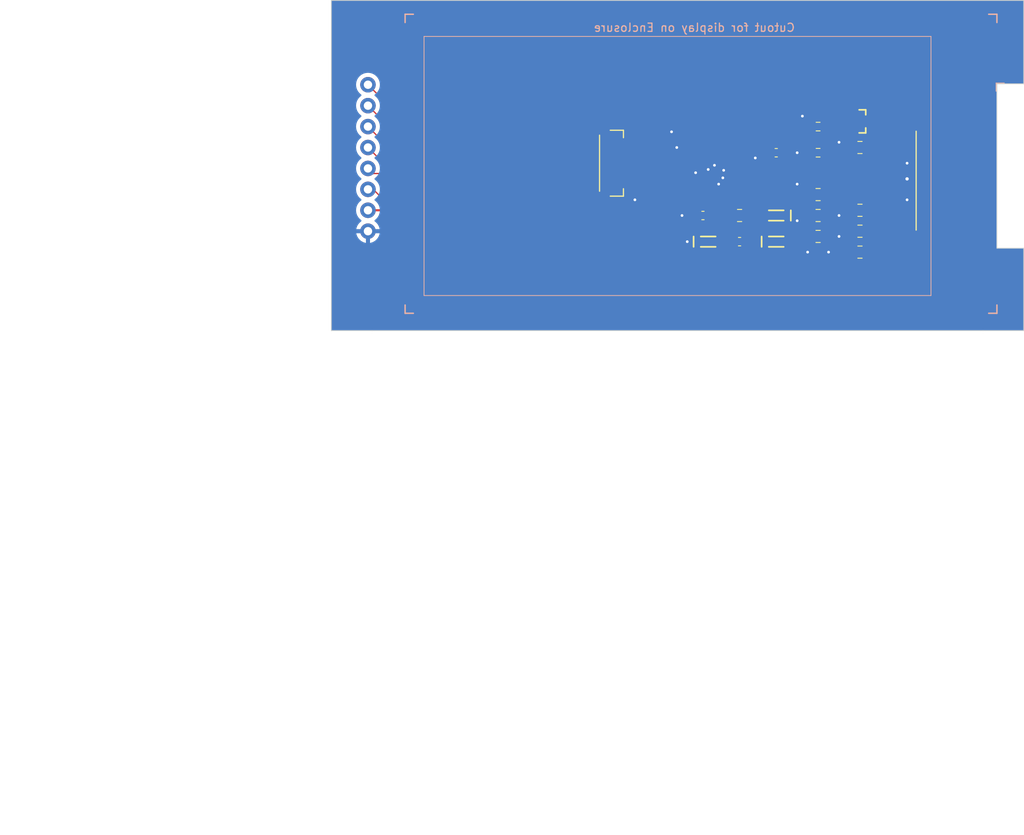
<source format=kicad_pcb>
(kicad_pcb (version 20221018) (generator pcbnew)
  (layers (0 "F.Cu" signal) (31 "B.Cu" signal) (34 "B.Paste" user) (35 "F.Paste" user) (36 "B.SilkS" user "B.Silkscreen") (37 "F.SilkS" user "F.Silkscreen") (38 "B.Mask" user) (39 "F.Mask" user) (44 "Edge.Cuts" user))
  (net 0 "")
  (net 1 "+3.3V")
  (net 2 "GND")
  (net 3 "Net-(Q1-D)")
  (net 4 "Net-(C3-Pad2)")
  (net 5 "Net-(U1-VGH)")
  (net 6 "Net-(U1-VGL)")
  (net 7 "Net-(U1-VDHR)")
  (net 8 "Net-(U1-VDDD)")
  (net 9 "Net-(U1-VDH)")
  (net 10 "Net-(U1-VDL)")
  (net 11 "Net-(U1-VCOM)")
  (net 12 "~{RST}")
  (net 13 "~{BUSY}")
  (net 14 "~{CS}")
  (net 15 "SCLK")
  (net 16 "SDIO")
  (net 17 "D{slash}~{C}")
  (net 22 "Net-(Q1-G)")
  (net 23 "Net-(Q1-S)")
  (footprint "SparkFun-Capacitor:C_0805_2012Metric" (layer "F.Cu") (at 182.49068 85.638228 180)
    (fp_text reference "C6")
    (fp_text value "1.0uF" hide)
    (fp_line (start -0.261252 -0.735) (end 0.261252 -0.735) (stroke (width 0.12)) (layer "F.SilkS"))
    (fp_line (start -0.261252 0.735) (end 0.261252 0.735) (stroke (width 0.12)) (layer "F.SilkS"))
    (pad "1" smd roundrect (at -0.95 0 180) (size 1 1.45) (layers "F.Cu" "F.Paste" "F.Mask") (net 7 "Net-(U1-VDHR)"))
    (pad "2" smd roundrect (at 0.95 0 180) (size 1 1.45) (layers "F.Cu" "F.Paste" "F.Mask") (net 2 "GND"))
  )
  (footprint "SparkFun-Capacitor:C_0603_1608Metric" (layer "F.Cu") (at 167.88568 97.068228 180)
    (fp_text reference "C3")
    (fp_text value "4.7uF" hide)
    (fp_line (start -0.14058 -0.51) (end 0.14058 -0.51) (stroke (width 0.12)) (layer "F.SilkS"))
    (fp_line (start -0.14058 0.51) (end 0.14058 0.51) (stroke (width 0.12)) (layer "F.SilkS"))
    (pad "1" smd roundrect (at -0.775 0 180) (size 0.9 0.95) (layers "F.Cu" "F.Paste" "F.Mask") (net 3 "Net-(Q1-D)"))
    (pad "2" smd roundrect (at 0.775 0 180) (size 0.9 0.95) (layers "F.Cu" "F.Paste" "F.Mask") (net 4 "Net-(C3-Pad2)"))
  )
  (footprint "SparkFun-Capacitor:C_0805_2012Metric" (layer "F.Cu") (at 177.41068 91.353228 180)
    (fp_text reference "C7")
    (fp_text value "1.0uF" hide)
    (fp_line (start -0.261252 -0.735) (end 0.261252 -0.735) (stroke (width 0.12)) (layer "F.SilkS"))
    (fp_line (start -0.261252 0.735) (end 0.261252 0.735) (stroke (width 0.12)) (layer "F.SilkS"))
    (pad "1" smd roundrect (at -0.95 0 180) (size 1 1.45) (layers "F.Cu" "F.Paste" "F.Mask") (net 8 "Net-(U1-VDDD)"))
    (pad "2" smd roundrect (at 0.95 0 180) (size 1 1.45) (layers "F.Cu" "F.Paste" "F.Mask") (net 2 "GND"))
  )
  (footprint "SparkFun-Semiconductor-Standard:SOT23-3" (layer "F.Cu") (at 182.49068 82.463228)
    (fp_text reference "Q1")
    (fp_text value "AO3404A" hide)
    (fp_line (start 0.7 -1.4) (end -0.1 -1.4) (stroke (width 0.2032)) (layer "F.SilkS"))
    (fp_line (start 0.7 -0.8) (end 0.7 -1.4) (stroke (width 0.2032)) (layer "F.SilkS"))
    (fp_line (start 0.7 0.8) (end 0.7 1.4) (stroke (width 0.2032)) (layer "F.SilkS"))
    (fp_line (start 0.7 1.4) (end -0.1 1.4) (stroke (width 0.2032)) (layer "F.SilkS"))
    (pad "1" smd rect (at -1 -0.95 270) (size 0.8 0.9) (layers "F.Cu" "F.Paste" "F.Mask") (net 22 "Net-(Q1-G)"))
    (pad "2" smd rect (at -1 0.95 270) (size 0.8 0.9) (layers "F.Cu" "F.Paste" "F.Mask") (net 23 "Net-(Q1-S)"))
    (pad "3" smd rect (at 1.1 0 270) (size 0.8 0.9) (layers "F.Cu" "F.Paste" "F.Mask") (net 3 "Net-(Q1-D)"))
  )
  (footprint "SparkFun-Connector:1X08" (layer "F.Cu") (at 122.80068 78.018228 -90)
    (fp_text reference "J1")
    (fp_text value "Conn_01x08")
    (pad "1" thru_hole circle (at 0 0) (size 1.8796 1.8796) (drill 1.016) (layers "*.Cu" "*.Mask") (net 12 "~{RST}"))
    (pad "2" thru_hole circle (at 2.54 0) (size 1.8796 1.8796) (drill 1.016) (layers "*.Cu" "*.Mask") (net 13 "~{BUSY}"))
    (pad "3" thru_hole circle (at 5.08 0) (size 1.8796 1.8796) (drill 1.016) (layers "*.Cu" "*.Mask") (net 14 "~{CS}"))
    (pad "4" thru_hole circle (at 7.62 0) (size 1.8796 1.8796) (drill 1.016) (layers "*.Cu" "*.Mask") (net 15 "SCLK"))
    (pad "5" thru_hole circle (at 10.16 0) (size 1.8796 1.8796) (drill 1.016) (layers "*.Cu" "*.Mask") (net 16 "SDIO"))
    (pad "6" thru_hole circle (at 12.7 0) (size 1.8796 1.8796) (drill 1.016) (layers "*.Cu" "*.Mask") (net 17 "D{slash}~{C}"))
    (pad "7" thru_hole circle (at 15.24 0) (size 1.8796 1.8796) (drill 1.016) (layers "*.Cu" "*.Mask") (net 1 "+3.3V"))
    (pad "8" thru_hole circle (at 17.78 0) (size 1.8796 1.8796) (drill 1.016) (layers "*.Cu" "*.Mask") (net 2 "GND"))
  )
  (footprint "SparkFun-Capacitor:C_0805_2012Metric" (layer "F.Cu") (at 182.49068 95.798228 180)
    (fp_text reference "C9")
    (fp_text value "1.0uF" hide)
    (fp_line (start -0.261252 -0.735) (end 0.261252 -0.735) (stroke (width 0.12)) (layer "F.SilkS"))
    (fp_line (start -0.261252 0.735) (end 0.261252 0.735) (stroke (width 0.12)) (layer "F.SilkS"))
    (pad "1" smd roundrect (at -0.95 0 180) (size 1 1.45) (layers "F.Cu" "F.Paste" "F.Mask") (net 10 "Net-(U1-VDL)"))
    (pad "2" smd roundrect (at 0.95 0 180) (size 1 1.45) (layers "F.Cu" "F.Paste" "F.Mask") (net 2 "GND"))
  )
  (footprint "SparkFun-Capacitor:C_0603_1608Metric" (layer "F.Cu") (at 163.44068 93.893228 180)
    (fp_text reference "C2")
    (fp_text value "1.0uF" hide)
    (fp_line (start -0.14058 -0.51) (end 0.14058 -0.51) (stroke (width 0.12)) (layer "F.SilkS"))
    (fp_line (start -0.14058 0.51) (end 0.14058 0.51) (stroke (width 0.12)) (layer "F.SilkS"))
    (pad "1" smd roundrect (at -0.775 0 180) (size 0.9 0.95) (layers "F.Cu" "F.Paste" "F.Mask") (net 1 "+3.3V"))
    (pad "2" smd roundrect (at 0.775 0 180) (size 0.9 0.95) (layers "F.Cu" "F.Paste" "F.Mask") (net 2 "GND"))
  )
  (footprint "SparkFun-Capacitor:C_0805_2012Metric" (layer "F.Cu") (at 177.41068 96.433228 180)
    (fp_text reference "C5")
    (fp_text value "1.0uF" hide)
    (fp_line (start -0.261252 -0.735) (end 0.261252 -0.735) (stroke (width 0.12)) (layer "F.SilkS"))
    (fp_line (start -0.261252 0.735) (end 0.261252 0.735) (stroke (width 0.12)) (layer "F.SilkS"))
    (pad "1" smd roundrect (at -0.95 0 180) (size 1 1.45) (layers "F.Cu" "F.Paste" "F.Mask") (net 6 "Net-(U1-VGL)"))
    (pad "2" smd roundrect (at 0.95 0 180) (size 1 1.45) (layers "F.Cu" "F.Paste" "F.Mask") (net 2 "GND"))
  )
  (footprint "SparkFun-Resistor:R_0603_1608Metric" (layer "F.Cu") (at 177.41068 86.273228)
    (fp_text reference "R2")
    (fp_text value "10k" hide)
    (fp_line (start -0.237258 -0.5225) (end 0.237258 -0.5225) (stroke (width 0.12)) (layer "F.SilkS"))
    (fp_line (start -0.237258 0.5225) (end 0.237258 0.5225) (stroke (width 0.12)) (layer "F.SilkS"))
    (pad "1" smd roundrect (at -0.825 0) (size 0.8 0.95) (layers "F.Cu" "F.Paste" "F.Mask") (net 1 "+3.3V"))
    (pad "2" smd roundrect (at 0.825 0) (size 0.8 0.95) (layers "F.Cu" "F.Paste" "F.Mask") (net 12 "~{RST}"))
  )
  (footprint "SparkFun-Capacitor:C_0805_2012Metric" (layer "F.Cu") (at 182.49068 93.258228 180)
    (fp_text reference "C8")
    (fp_text value "1.0uF" hide)
    (fp_line (start -0.261252 -0.735) (end 0.261252 -0.735) (stroke (width 0.12)) (layer "F.SilkS"))
    (fp_line (start -0.261252 0.735) (end 0.261252 0.735) (stroke (width 0.12)) (layer "F.SilkS"))
    (pad "1" smd roundrect (at -0.95 0 180) (size 1 1.45) (layers "F.Cu" "F.Paste" "F.Mask") (net 9 "Net-(U1-VDH)"))
    (pad "2" smd roundrect (at 0.95 0 180) (size 1 1.45) (layers "F.Cu" "F.Paste" "F.Mask") (net 2 "GND"))
  )
  (footprint "SparkFun-Semiconductor-Standard:SOD-323" (layer "F.Cu") (at 164.07568 97.068228)
    (fp_text reference "D1")
    (fp_text value "0.5A" hide)
    (fp_line (start -1.77 -0.625) (end -1.77 0.625) (stroke (width 0.2032)) (layer "F.SilkS"))
    (fp_line (start -0.9 -0.625) (end 0.9 -0.625) (stroke (width 0.2032)) (layer "F.SilkS"))
    (fp_line (start -0.9 0.625) (end 0.9 0.625) (stroke (width 0.2032)) (layer "F.SilkS"))
    (pad "A" smd rect (at 1.15 0) (size 0.63 0.83) (layers "F.Cu" "F.Paste" "F.Mask") (net 4 "Net-(C3-Pad2)"))
    (pad "C" smd rect (at -1.15 0) (size 0.63 0.83) (layers "F.Cu" "F.Paste" "F.Mask") (net 2 "GND"))
  )
  (footprint "SparkFun-Capacitor:C_0603_1608Metric" (layer "F.Cu") (at 172.33068 86.273228 180)
    (fp_text reference "C1")
    (fp_text value "0.1uF" hide)
    (fp_line (start -0.14058 -0.51) (end 0.14058 -0.51) (stroke (width 0.12)) (layer "F.SilkS"))
    (fp_line (start -0.14058 0.51) (end 0.14058 0.51) (stroke (width 0.12)) (layer "F.SilkS"))
    (pad "1" smd roundrect (at -0.775 0 180) (size 0.9 0.95) (layers "F.Cu" "F.Paste" "F.Mask") (net 1 "+3.3V"))
    (pad "2" smd roundrect (at 0.775 0 180) (size 0.9 0.95) (layers "F.Cu" "F.Paste" "F.Mask") (net 2 "GND"))
  )
  (footprint "SparkFun-Capacitor:C_0805_2012Metric" (layer "F.Cu") (at 167.88568 93.893228)
    (fp_text reference "L1")
    (fp_text value "10uH" hide)
    (fp_line (start -0.261252 -0.735) (end 0.261252 -0.735) (stroke (width 0.12)) (layer "F.SilkS"))
    (fp_line (start -0.261252 0.735) (end 0.261252 0.735) (stroke (width 0.12)) (layer "F.SilkS"))
    (pad "1" smd roundrect (at -0.95 0) (size 1 1.45) (layers "F.Cu" "F.Paste" "F.Mask") (net 1 "+3.3V"))
    (pad "2" smd roundrect (at 0.95 0) (size 1 1.45) (layers "F.Cu" "F.Paste" "F.Mask") (net 3 "Net-(Q1-D)"))
  )
  (footprint "SparkFun-Semiconductor-Standard:SOD-323" (layer "F.Cu") (at 172.33068 93.893228 180)
    (fp_text reference "D3")
    (fp_text value "0.5A" hide)
    (fp_line (start -1.77 -0.625) (end -1.77 0.625) (stroke (width 0.2032)) (layer "F.SilkS"))
    (fp_line (start -0.9 -0.625) (end 0.9 -0.625) (stroke (width 0.2032)) (layer "F.SilkS"))
    (fp_line (start -0.9 0.625) (end 0.9 0.625) (stroke (width 0.2032)) (layer "F.SilkS"))
    (pad "A" smd rect (at 1.15 0 180) (size 0.63 0.83) (layers "F.Cu" "F.Paste" "F.Mask") (net 3 "Net-(Q1-D)"))
    (pad "C" smd rect (at -1.15 0 180) (size 0.63 0.83) (layers "F.Cu" "F.Paste" "F.Mask") (net 5 "Net-(U1-VGH)"))
  )
  (footprint "SparkFun-Aesthetic:Creative_Commons_License" (layer "F.Cu") (at 138.42168 148.249228)
    (fp_text reference "G1" hide)
    (fp_text value "OSHW_Logo" hide)
  )
  (footprint "SparkFun-Capacitor:C_0805_2012Metric" (layer "F.Cu") (at 177.41068 93.893228 180)
    (fp_text reference "C4")
    (fp_text value "1.0uF" hide)
    (fp_line (start -0.261252 -0.735) (end 0.261252 -0.735) (stroke (width 0.12)) (layer "F.SilkS"))
    (fp_line (start -0.261252 0.735) (end 0.261252 0.735) (stroke (width 0.12)) (layer "F.SilkS"))
    (pad "1" smd roundrect (at -0.95 0 180) (size 1 1.45) (layers "F.Cu" "F.Paste" "F.Mask") (net 5 "Net-(U1-VGH)"))
    (pad "2" smd roundrect (at 0.95 0 180) (size 1 1.45) (layers "F.Cu" "F.Paste" "F.Mask") (net 2 "GND"))
  )
  (footprint "SparkFun-Semiconductor-Standard:SOD-323" (layer "F.Cu") (at 172.33068 97.068228)
    (fp_text reference "D2")
    (fp_text value "0.5A" hide)
    (fp_line (start -1.77 -0.625) (end -1.77 0.625) (stroke (width 0.2032)) (layer "F.SilkS"))
    (fp_line (start -0.9 -0.625) (end 0.9 -0.625) (stroke (width 0.2032)) (layer "F.SilkS"))
    (fp_line (start -0.9 0.625) (end 0.9 0.625) (stroke (width 0.2032)) (layer "F.SilkS"))
    (pad "A" smd rect (at 1.15 0) (size 0.63 0.83) (layers "F.Cu" "F.Paste" "F.Mask") (net 6 "Net-(U1-VGL)"))
    (pad "C" smd rect (at -1.15 0) (size 0.63 0.83) (layers "F.Cu" "F.Paste" "F.Mask") (net 4 "Net-(C3-Pad2)"))
  )
  (footprint "SparkFun-Display:ePaper-2.13" (layer "F.Cu") (at 200.60568 87.613228)
    (fp_text reference "U1")
    (fp_text value "ePaper-2.1")
    (fp_line (start -73.3 -18.15) (end -73.3 -17.15) (stroke (width 0.1778)) (layer "B.SilkS"))
    (fp_line (start -73.3 -18.15) (end -72.3 -18.15) (stroke (width 0.1778)) (layer "B.SilkS"))
    (fp_line (start -73.3 18.15) (end -73.3 17.15) (stroke (width 0.1778)) (layer "B.SilkS"))
    (fp_line (start -73.3 18.15) (end -72.3 18.15) (stroke (width 0.1778)) (layer "B.SilkS"))
    (fp_line (start -1.6 -9.8) (end -1.6 -8.8) (stroke (width 0.1)) (layer "B.SilkS"))
    (fp_line (start -1.6 -9.8) (end -0.6 -9.8) (stroke (width 0.1)) (layer "B.SilkS"))
    (fp_line (start -1.5 -18.15) (end -2.5 -18.15) (stroke (width 0.1778)) (layer "B.SilkS"))
    (fp_line (start -1.5 -18.15) (end -1.5 -17.15) (stroke (width 0.1778)) (layer "B.SilkS"))
    (fp_line (start -1.5 18.15) (end -2.5 18.15) (stroke (width 0.1778)) (layer "B.SilkS"))
    (fp_line (start -1.5 18.15) (end -1.5 17.15) (stroke (width 0.1778)) (layer "B.SilkS"))
    (fp_line (start -11.3 8.05) (end -11.3 -3.95) (stroke (width 0.1524)) (layer "F.SilkS"))
    (pad "1" smd rect (at -14.4 -3.7 90) (size 0.3 0.8) (layers "F.Cu" "F.Paste" "F.Mask"))
    (pad "2" smd rect (at -14.4 -3.2 90) (size 0.3 0.8) (layers "F.Cu" "F.Paste" "F.Mask") (net 22 "Net-(Q1-G)"))
    (pad "3" smd rect (at -14.4 -2.7 90) (size 0.3 0.8) (layers "F.Cu" "F.Paste" "F.Mask") (net 23 "Net-(Q1-S)"))
    (pad "4" smd rect (at -14.4 -2.2 90) (size 0.3 0.8) (layers "F.Cu" "F.Paste" "F.Mask"))
    (pad "5" smd rect (at -14.4 -1.7 90) (size 0.3 0.8) (layers "F.Cu" "F.Paste" "F.Mask") (net 7 "Net-(U1-VDHR)"))
    (pad "6" smd rect (at -14.4 -1.2 90) (size 0.3 0.8) (layers "F.Cu" "F.Paste" "F.Mask"))
    (pad "7" smd rect (at -14.4 -0.7 90) (size 0.3 0.8) (layers "F.Cu" "F.Paste" "F.Mask"))
    (pad "8" smd rect (at -14.4 -0.2 90) (size 0.3 0.8) (layers "F.Cu" "F.Paste" "F.Mask") (net 2 "GND"))
    (pad "9" smd rect (at -14.4 0.3 90) (size 0.3 0.8) (layers "F.Cu" "F.Paste" "F.Mask") (net 13 "~{BUSY}"))
    (pad "10" smd rect (at -14.4 0.8 90) (size 0.3 0.8) (layers "F.Cu" "F.Paste" "F.Mask") (net 12 "~{RST}"))
    (pad "11" smd rect (at -14.4 1.3 90) (size 0.3 0.8) (layers "F.Cu" "F.Paste" "F.Mask") (net 17 "D{slash}~{C}"))
    (pad "12" smd rect (at -14.4 1.8 90) (size 0.3 0.8) (layers "F.Cu" "F.Paste" "F.Mask") (net 14 "~{CS}"))
    (pad "13" smd rect (at -14.4 2.3 90) (size 0.3 0.8) (layers "F.Cu" "F.Paste" "F.Mask") (net 15 "SCLK"))
    (pad "14" smd rect (at -14.4 2.8 90) (size 0.3 0.8) (layers "F.Cu" "F.Paste" "F.Mask") (net 16 "SDIO"))
    (pad "15" smd rect (at -14.4 3.3 90) (size 0.3 0.8) (layers "F.Cu" "F.Paste" "F.Mask") (net 1 "+3.3V"))
    (pad "16" smd rect (at -14.4 3.8 90) (size 0.3 0.8) (layers "F.Cu" "F.Paste" "F.Mask") (net 1 "+3.3V"))
    (pad "17" smd rect (at -14.4 4.3 90) (size 0.3 0.8) (layers "F.Cu" "F.Paste" "F.Mask") (net 2 "GND"))
    (pad "18" smd rect (at -14.4 4.8 90) (size 0.3 0.8) (layers "F.Cu" "F.Paste" "F.Mask") (net 8 "Net-(U1-VDDD)"))
    (pad "19" smd rect (at -14.4 5.3 90) (size 0.3 0.8) (layers "F.Cu" "F.Paste" "F.Mask"))
    (pad "20" smd rect (at -14.4 5.8 90) (size 0.3 0.8) (layers "F.Cu" "F.Paste" "F.Mask") (net 9 "Net-(U1-VDH)"))
    (pad "21" smd rect (at -14.4 6.3 90) (size 0.3 0.8) (layers "F.Cu" "F.Paste" "F.Mask") (net 5 "Net-(U1-VGH)"))
    (pad "22" smd rect (at -14.4 6.8 90) (size 0.3 0.8) (layers "F.Cu" "F.Paste" "F.Mask") (net 10 "Net-(U1-VDL)"))
    (pad "23" smd rect (at -14.4 7.3 90) (size 0.3 0.8) (layers "F.Cu" "F.Paste" "F.Mask") (net 6 "Net-(U1-VGL)"))
    (pad "24" smd rect (at -14.4 7.8 90) (size 0.3 0.8) (layers "F.Cu" "F.Paste" "F.Mask") (net 11 "Net-(U1-VCOM)"))
    (pad "MNT1" smd rect (at -13 8.8 180) (size 3.75 1.1) (layers "F.Cu" "F.Paste" "F.Mask"))
    (pad "MNT2" smd rect (at -13 -4.7 180) (size 3.75 1.1) (layers "F.Cu" "F.Paste" "F.Mask"))
  )
  (footprint "SparkFun-Connector:FPC_12_0.5MM" (layer "F.Cu") (at 152.64568 87.543228 -90)
    (fp_text reference "J2")
    (fp_text value "Conn_01x12_FPC_0.5mm" hide)
    (fp_line (start -4 -1.15) (end -4 0.45) (stroke (width 0.1524)) (layer "F.SilkS"))
    (fp_line (start -4 -1.15) (end -3.1 -1.15) (stroke (width 0.1524)) (layer "F.SilkS"))
    (fp_line (start -3.4 1.75) (end 3.4 1.75) (stroke (width 0.1524)) (layer "F.SilkS"))
    (fp_line (start 4 -1.15) (end 3.1 -1.15) (stroke (width 0.1524)) (layer "F.SilkS"))
    (fp_line (start 4 -1.15) (end 4 0.45) (stroke (width 0.1524)) (layer "F.SilkS"))
    (pad "1" smd rect (at -2.75 -1.35 270) (size 0.3 0.8) (layers "F.Cu" "F.Mask"))
    (pad "2" smd rect (at -2.25 -1.35 270) (size 0.3 0.8) (layers "F.Cu" "F.Mask"))
    (pad "3" smd rect (at -1.75 -1.35 270) (size 0.3 0.8) (layers "F.Cu" "F.Mask"))
    (pad "4" smd rect (at -1.25 -1.35 270) (size 0.3 0.8) (layers "F.Cu" "F.Mask"))
    (pad "5" smd rect (at -0.75 -1.35 270) (size 0.3 0.8) (layers "F.Cu" "F.Mask") (net 12 "~{RST}"))
    (pad "6" smd rect (at -0.25 -1.35 270) (size 0.3 0.8) (layers "F.Cu" "F.Mask") (net 13 "~{BUSY}"))
    (pad "7" smd rect (at 0.25 -1.35 270) (size 0.3 0.8) (layers "F.Cu" "F.Mask") (net 14 "~{CS}"))
    (pad "8" smd rect (at 0.75 -1.35 270) (size 0.3 0.8) (layers "F.Cu" "F.Mask") (net 15 "SCLK"))
    (pad "9" smd rect (at 1.25 -1.35 270) (size 0.3 0.8) (layers "F.Cu" "F.Mask") (net 16 "SDIO"))
    (pad "10" smd rect (at 1.75 -1.35 270) (size 0.3 0.8) (layers "F.Cu" "F.Mask") (net 17 "D{slash}~{C}"))
    (pad "11" smd rect (at 2.25 -1.35 270) (size 0.3 0.8) (layers "F.Cu" "F.Mask") (net 1 "+3.3V"))
    (pad "12" smd rect (at 2.75 -1.35 270) (size 0.3 0.8) (layers "F.Cu" "F.Mask") (net 2 "GND"))
    (pad "MP1" smd rect (at -3.75 1.15 270) (size 0.4 0.8) (layers "F.Cu" "F.Paste" "F.Mask"))
    (pad "MP2" smd rect (at 3.75 1.15 270) (size 0.4 0.8) (layers "F.Cu" "F.Paste" "F.Mask"))
  )
  (footprint "SparkFun-Resistor:R_0603_1608Metric" (layer "F.Cu") (at 177.41068 83.098228)
    (fp_text reference "R1")
    (fp_text value "0.47" hide)
    (fp_line (start -0.237258 -0.5225) (end 0.237258 -0.5225) (stroke (width 0.12)) (layer "F.SilkS"))
    (fp_line (start -0.237258 0.5225) (end 0.237258 0.5225) (stroke (width 0.12)) (layer "F.SilkS"))
    (pad "1" smd roundrect (at -0.825 0) (size 0.8 0.95) (layers "F.Cu" "F.Paste" "F.Mask") (net 2 "GND"))
    (pad "2" smd roundrect (at 0.825 0) (size 0.8 0.95) (layers "F.Cu" "F.Paste" "F.Mask") (net 23 "Net-(Q1-S)"))
  )
  (footprint "SparkFun-Capacitor:C_0805_2012Metric" (layer "F.Cu") (at 182.49068 98.338228 180)
    (fp_text reference "C10")
    (fp_text value "1.0uF" hide)
    (fp_line (start -0.261252 -0.735) (end 0.261252 -0.735) (stroke (width 0.12)) (layer "F.SilkS"))
    (fp_line (start -0.261252 0.735) (end 0.261252 0.735) (stroke (width 0.12)) (layer "F.SilkS"))
    (pad "1" smd roundrect (at -0.95 0 180) (size 1 1.45) (layers "F.Cu" "F.Paste" "F.Mask") (net 11 "Net-(U1-VCOM)"))
    (pad "2" smd roundrect (at 0.95 0 180) (size 1 1.45) (layers "F.Cu" "F.Paste" "F.Mask") (net 2 "GND"))
  )
  (gr_line (start 191.10568 72.15608) (end 129.60568 72.15608) (stroke (width 0.1)) (layer "B.SilkS"))
  (gr_line (start 129.60568 72.15608) (end 129.60568 103.607859) (stroke (width 0.1)) (layer "B.SilkS"))
  (gr_line (start 129.60568 103.607859) (end 191.10568 103.607859) (stroke (width 0.1)) (layer "B.SilkS"))
  (gr_line (start 191.10568 103.607859) (end 191.10568 72.15608) (stroke (width 0.1)) (layer "B.SilkS"))
  (gr_line (start 197.415439 107.863228) (end 202.35568 107.863228) (stroke (width 0.1)) (layer "Edge.Cuts"))
  (gr_line (start 118.35568 67.78253) (end 118.35568 107.863228) (stroke (width 0.1)) (layer "Edge.Cuts"))
  (gr_line (start 199.10568 77.905858) (end 199.10568 97.85808) (stroke (width 0.1)) (layer "Edge.Cuts"))
  (gr_line (start 202.35568 97.85808) (end 202.35568 107.863228) (stroke (width 0.1)) (layer "Edge.Cuts"))
  (gr_line (start 202.35568 77.905858) (end 199.10568 77.905858) (stroke (width 0.1)) (layer "Edge.Cuts"))
  (gr_line (start 199.10568 97.85808) (end 202.35568 97.85808) (stroke (width 0.1)) (layer "Edge.Cuts"))
  (gr_line (start 123.295921 107.863228) (end 118.35568 107.863228) (stroke (width 0.1)) (layer "Edge.Cuts"))
  (gr_line (start 197.415439 107.863228) (end 123.295921 107.863228) (stroke (width 0.1)) (layer "Edge.Cuts"))
  (gr_line (start 202.35568 67.78253) (end 202.35568 77.905858) (stroke (width 0.1)) (layer "Edge.Cuts"))
  (gr_line (start 118.35568 67.78253) (end 202.35568 67.78253) (stroke (width 0.1)) (layer "Edge.Cuts"))
  (gr_text "Cutout for display on Enclosure" (at 150.10568 71.668228) (layer "B.SilkS") (effects (font (size 1 1)) (justify right bottom mirror)))
  (segment (start 164.21568 93.893228) (end 160.11568 89.793228) (width 0.254) (layer "F.Cu") (net 1))
  (segment (start 186.20568 91.413228) (end 183.775905 91.413228) (width 0.254) (layer "F.Cu") (net 1))
  (segment (start 170.20768 92.841228) (end 167.98768 92.841228) (width 0.254) (layer "F.Cu") (net 1))
  (segment (start 183.261905 90.899228) (end 180.13168 90.899228) (width 0.254) (layer "F.Cu") (net 1))
  (segment (start 173.61018 89.438728) (end 170.20768 92.841228) (width 0.254) (layer "F.Cu") (net 1))
  (segment (start 153.99568 89.793228) (end 151.03068 89.793228) (width 0.254) (layer "F.Cu") (net 1))
  (segment (start 174.87068 86.273228) (end 176.58568 86.273228) (width 0.254) (layer "F.Cu") (net 1))
  (segment (start 180.13168 90.899228) (end 179.31568 90.083228) (width 0.254) (layer "F.Cu") (net 1))
  (segment (start 175.137641 89.438728) (end 173.61018 89.438728) (width 0.254) (layer "F.Cu") (net 1))
  (segment (start 186.20568 91.413228) (end 186.87568 91.413228) (width 0.254) (layer "F.Cu") (net 1))
  (segment (start 186.93568 91.353228) (end 186.93568 90.993228) (width 0.254) (layer "F.Cu") (net 1))
  (segment (start 175.782141 90.083228) (end 175.137641 89.438728) (width 0.254) (layer "F.Cu") (net 1))
  (segment (start 174.87068 86.273228) (end 173.10568 86.273228) (width 0.254) (layer "F.Cu") (net 1))
  (segment (start 186.93568 90.993228) (end 188.20568 89.723228) (width 0.254) (layer "F.Cu") (net 1))
  (segment (start 186.93568 90.993228) (end 186.85568 90.913228) (width 0.1524) (layer "F.Cu") (net 1))
  (segment (start 166.93568 93.893228) (end 164.21568 93.893228) (width 0.254) (layer "F.Cu") (net 1))
  (segment (start 160.11568 89.793228) (end 153.99568 89.793228) (width 0.254) (layer "F.Cu") (net 1))
  (segment (start 186.87568 91.413228) (end 186.93568 91.353228) (width 0.1524) (layer "F.Cu") (net 1))
  (segment (start 183.775905 91.413228) (end 183.261905 90.899228) (width 0.254) (layer "F.Cu") (net 1))
  (segment (start 179.31568 90.083228) (end 175.782141 90.083228) (width 0.254) (layer "F.Cu") (net 1))
  (segment (start 151.03068 89.793228) (end 147.56568 93.258228) (width 0.254) (layer "F.Cu") (net 1))
  (segment (start 167.98768 92.841228) (end 166.93568 93.893228) (width 0.254) (layer "F.Cu") (net 1))
  (segment (start 147.56568 93.258228) (end 122.80068 93.258228) (width 0.254) (layer "F.Cu") (net 1))
  (segment (start 186.85568 90.913228) (end 186.20568 90.913228) (width 0.254) (layer "F.Cu") (net 1))
  (segment (start 188.20568 89.723228) (end 188.20568 89.448228) (width 0.254) (layer "F.Cu") (net 1))
  (via (at 188.20568 89.448228) (size 0.8) (drill 0.4) (layers "F.Cu" "B.Cu") (net 1))
  (via (at 174.87068 86.273228) (size 0.635) (drill 0.3302) (layers "F.Cu" "B.Cu") (net 1))
  (segment (start 179.95068 89.448228) (end 188.20568 89.448228) (width 0.254) (layer "B.Cu") (net 1))
  (segment (start 178.68068 88.178228) (end 179.95068 89.448228) (width 0.254) (layer "B.Cu") (net 1))
  (segment (start 176.77568 88.178228) (end 178.68068 88.178228) (width 0.254) (layer "B.Cu") (net 1))
  (segment (start 174.87068 86.273228) (end 176.77568 88.178228) (width 0.254) (layer "B.Cu") (net 1))
  (segment (start 153.99568 90.293228) (end 153.99568 90.798228) (width 0.25) (layer "F.Cu") (net 2))
  (segment (start 180.58568 93.258228) (end 179.95068 93.893228) (width 0.1524) (layer "F.Cu") (net 2))
  (segment (start 176.46068 93.893228) (end 175.50568 93.893228) (width 0.1524) (layer "F.Cu") (net 2))
  (segment (start 180.58568 85.638228) (end 179.95068 85.003228) (width 0.1524) (layer "F.Cu") (net 2))
  (segment (start 181.54068 98.338228) (end 178.68068 98.338228) (width 0.1524) (layer "F.Cu") (net 2))
  (segment (start 175.50568 93.893228) (end 174.87068 94.528228) (width 0.1524) (layer "F.Cu") (net 2))
  (segment (start 186.20568 91.913228) (end 188.13068 91.913228) (width 0.1524) (layer "F.Cu") (net 2))
  (segment (start 181.54068 93.258228) (end 180.58568 93.258228) (width 0.1524) (layer "F.Cu") (net 2))
  (segment (start 162.66568 93.893228) (end 160.90068 93.893228) (width 0.1524) (layer "F.Cu") (net 2))
  (segment (start 186.20568 87.413228) (end 188.07568 87.413228) (width 0.1524) (layer "F.Cu") (net 2))
  (segment (start 176.46068 98.018228) (end 176.14068 98.338228) (width 0.1524) (layer "F.Cu") (net 2))
  (segment (start 181.54068 95.798228) (end 180.58568 95.798228) (width 0.1524) (layer "F.Cu") (net 2))
  (segment (start 176.46068 96.433228) (end 176.46068 98.018228) (width 0.1524) (layer "F.Cu") (net 2))
  (segment (start 162.92568 97.068228) (end 161.53568 97.068228) (width 0.1524) (layer "F.Cu") (net 2))
  (segment (start 153.99568 90.798228) (end 155.18568 91.988228) (width 0.25) (layer "F.Cu") (net 2))
  (segment (start 188.07568 87.413228) (end 188.20568 87.543228) (width 0.1524) (layer "F.Cu") (net 2))
  (segment (start 171.55568 86.273228) (end 170.42568 86.273228) (width 0.1524) (layer "F.Cu") (net 2))
  (segment (start 181.54068 85.638228) (end 180.58568 85.638228) (width 0.1524) (layer "F.Cu") (net 2))
  (segment (start 176.14068 91.353228) (end 174.87068 90.083228) (width 0.1524) (layer "F.Cu") (net 2))
  (segment (start 176.58568 82.908228) (end 175.50568 81.828228) (width 0.1524) (layer "F.Cu") (net 2))
  (segment (start 176.58568 83.098228) (end 176.58568 82.908228) (width 0.1524) (layer "F.Cu") (net 2))
  (segment (start 176.46068 91.353228) (end 176.14068 91.353228) (width 0.1524) (layer "F.Cu") (net 2))
  (segment (start 188.13068 91.913228) (end 188.20568 91.988228) (width 0.1524) (layer "F.Cu") (net 2))
  (segment (start 170.42568 86.273228) (end 169.79068 86.908228) (width 0.1524) (layer "F.Cu") (net 2))
  (segment (start 180.58568 95.798228) (end 179.95068 96.433228) (width 0.1524) (layer "F.Cu") (net 2))
  (via (at 179.95068 85.003228) (size 0.635) (drill 0.3302) (layers "F.Cu" "B.Cu") (net 2))
  (via (at 179.95068 93.893228) (size 0.635) (drill 0.3302) (layers "F.Cu" "B.Cu") (net 2))
  (via (at 179.95068 96.433228) (size 0.635) (drill 0.3302) (layers "F.Cu" "B.Cu") (net 2))
  (via (at 174.87068 94.528228) (size 0.635) (drill 0.3302) (layers "F.Cu" "B.Cu") (net 2))
  (via (at 176.14068 98.338228) (size 0.635) (drill 0.3302) (layers "F.Cu" "B.Cu") (net 2))
  (via (at 178.68068 98.338228) (size 0.635) (drill 0.3302) (layers "F.Cu" "B.Cu") (net 2))
  (via (at 169.79068 86.908228) (size 0.635) (drill 0.3302) (layers "F.Cu" "B.Cu") (net 2))
  (via (at 155.18568 91.988228) (size 0.635) (drill 0.3302) (layers "F.Cu" "B.Cu") (net 2))
  (via (at 174.87068 90.083228) (size 0.635) (drill 0.3302) (layers "F.Cu" "B.Cu") (net 2))
  (via (at 188.20568 91.988228) (size 0.635) (drill 0.3302) (layers "F.Cu" "B.Cu") (net 2))
  (via (at 188.20568 87.543228) (size 0.635) (drill 0.3302) (layers "F.Cu" "B.Cu") (net 2))
  (via (at 175.50568 81.828228) (size 0.635) (drill 0.3302) (layers "F.Cu" "B.Cu") (net 2))
  (via (at 161.53568 97.068228) (size 0.635) (drill 0.3302) (layers "F.Cu" "B.Cu") (net 2))
  (via (at 160.90068 93.893228) (size 0.635) (drill 0.3302) (layers "F.Cu" "B.Cu") (net 2))
  (segment (start 188.55568 80.788228) (end 190.11068 82.343228) (width 0.1524) (layer "F.Cu") (net 3))
  (segment (start 173.62068 99.608228) (end 172.33068 98.318228) (width 0.1524) (layer "F.Cu") (net 3))
  (segment (start 171.18068 94.648228) (end 171.18068 93.893228) (width 0.1524) (layer "F.Cu") (net 3))
  (segment (start 180.94068 82.463228) (end 180.71568 82.238228) (width 0.1524) (layer "F.Cu") (net 3))
  (segment (start 180.71568 82.238228) (end 180.71568 80.788228) (width 0.1524) (layer "F.Cu") (net 3))
  (segment (start 172.33068 95.798228) (end 171.18068 94.648228) (width 0.1524) (layer "F.Cu") (net 3))
  (segment (start 187.48568 99.608228) (end 173.62068 99.608228) (width 0.1524) (layer "F.Cu") (net 3))
  (segment (start 180.71568 80.788228) (end 188.55568 80.788228) (width 0.1524) (layer "F.Cu") (net 3))
  (segment (start 183.59068 82.463228) (end 180.94068 82.463228) (width 0.1524) (layer "F.Cu") (net 3))
  (segment (start 168.83568 93.893228) (end 168.83568 96.893228) (width 0.1524) (layer "F.Cu") (net 3))
  (segment (start 190.11068 96.983228) (end 187.48568 99.608228) (width 0.1524) (layer "F.Cu") (net 3))
  (segment (start 168.83568 93.893228) (end 171.18068 93.893228) (width 0.1524) (layer "F.Cu") (net 3))
  (segment (start 168.83568 96.893228) (end 168.66068 97.068228) (width 0.1524) (layer "F.Cu") (net 3))
  (segment (start 190.11068 82.343228) (end 190.11068 96.983228) (width 0.1524) (layer "F.Cu") (net 3))
  (segment (start 172.33068 98.318228) (end 172.33068 95.798228) (width 0.1524) (layer "F.Cu") (net 3))
  (segment (start 167.91068 97.868228) (end 167.11068 97.068228) (width 0.1524) (layer "F.Cu") (net 4))
  (segment (start 167.11068 97.068228) (end 165.22568 97.068228) (width 0.1524) (layer "F.Cu") (net 4))
  (segment (start 170.38068 97.868228) (end 167.91068 97.868228) (width 0.1524) (layer "F.Cu") (net 4))
  (segment (start 171.18068 97.068228) (end 170.38068 97.868228) (width 0.1524) (layer "F.Cu") (net 4))
  (segment (start 186.20568 93.913228) (end 184.323853 93.913228) (width 0.1524) (layer "F.Cu") (net 5))
  (segment (start 177.31068 92.843228) (end 178.36068 93.893228) (width 0.1524) (layer "F.Cu") (net 5))
  (segment (start 178.99568 94.528228) (end 178.36068 93.893228) (width 0.1524) (layer "F.Cu") (net 5))
  (segment (start 184.323853 93.913228) (end 183.708853 94.528228) (width 0.1524) (layer "F.Cu") (net 5))
  (segment (start 183.708853 94.528228) (end 178.99568 94.528228) (width 0.1524) (layer "F.Cu") (net 5))
  (segment (start 174.53068 92.843228) (end 177.31068 92.843228) (width 0.1524) (layer "F.Cu") (net 5))
  (segment (start 173.48068 93.893228) (end 174.53068 92.843228) (width 0.1524) (layer "F.Cu") (net 5))
  (segment (start 184.39568 96.381401) (end 183.708853 97.068228) (width 0.1524) (layer "F.Cu") (net 6))
  (segment (start 183.708853 97.068228) (end 178.99568 97.068228) (width 0.1524) (layer "F.Cu") (net 6))
  (segment (start 178.99568 97.068228) (end 178.36068 96.433228) (width 0.1524) (layer "F.Cu") (net 6))
  (segment (start 185.50568 94.913228) (end 184.39568 96.023228) (width 0.1524) (layer "F.Cu") (net 6))
  (segment (start 186.20568 94.913228) (end 185.50568 94.913228) (width 0.1524) (layer "F.Cu") (net 6))
  (segment (start 175.16568 95.383228) (end 177.31068 95.383228) (width 0.1524) (layer "F.Cu") (net 6))
  (segment (start 173.48068 97.068228) (end 175.16568 95.383228) (width 0.1524) (layer "F.Cu") (net 6))
  (segment (start 177.31068 95.383228) (end 178.36068 96.433228) (width 0.1524) (layer "F.Cu") (net 6))
  (segment (start 184.39568 96.023228) (end 184.39568 96.381401) (width 0.1524) (layer "F.Cu") (net 6))
  (segment (start 183.44068 85.638228) (end 183.71568 85.913228) (width 0.1524) (layer "F.Cu") (net 7))
  (segment (start 183.71568 85.913228) (end 186.20568 85.913228) (width 0.1524) (layer "F.Cu") (net 7))
  (segment (start 186.20568 92.413228) (end 184.133853 92.413228) (width 0.1524) (layer "F.Cu") (net 8))
  (segment (start 183.073853 91.353228) (end 178.36068 91.353228) (width 0.1524) (layer "F.Cu") (net 8))
  (segment (start 184.133853 92.413228) (end 183.073853 91.353228) (width 0.1524) (layer "F.Cu") (net 8))
  (segment (start 183.44068 93.258228) (end 183.59568 93.413228) (width 0.1524) (layer "F.Cu") (net 9))
  (segment (start 183.59568 93.413228) (end 186.20568 93.413228) (width 0.1524) (layer "F.Cu") (net 9))
  (segment (start 184.82568 94.413228) (end 186.20568 94.413228) (width 0.1524) (layer "F.Cu") (net 10))
  (segment (start 183.44068 95.798228) (end 184.82568 94.413228) (width 0.1524) (layer "F.Cu") (net 10))
  (segment (start 186.18068 95.388228) (end 185.667076 95.388228) (width 0.1524) (layer "F.Cu") (net 11))
  (segment (start 185.667076 95.388228) (end 184.84568 96.209624) (width 0.1524) (layer "F.Cu") (net 11))
  (segment (start 184.84568 96.933228) (end 183.44068 98.338228) (width 0.1524) (layer "F.Cu") (net 11))
  (segment (start 186.20568 95.413228) (end 186.18068 95.388228) (width 0.1524) (layer "F.Cu") (net 11))
  (segment (start 184.84568 96.209624) (end 184.84568 96.933228) (width 0.1524) (layer "F.Cu") (net 11))
  (segment (start 177.43368 85.471228) (end 160.43268 85.471228) (width 0.1524) (layer "F.Cu") (net 12))
  (segment (start 178.77568 86.273228) (end 180.76808 88.265628) (width 0.1524) (layer "F.Cu") (net 12))
  (segment (start 160.43268 85.471228) (end 160.26568 85.638228) (width 0.1524) (layer "F.Cu") (net 12))
  (segment (start 159.63068 83.733228) (end 153.85168 83.733228) (width 0.1524) (layer "F.Cu") (net 12))
  (segment (start 153.85168 83.733228) (end 150.79168 86.793228) (width 0.1524) (layer "F.Cu") (net 12))
  (segment (start 185.52948 88.265628) (end 185.67708 88.413228) (width 0.1524) (layer "F.Cu") (net 12))
  (segment (start 150.79168 86.793228) (end 150.74068 86.793228) (width 0.1524) (layer "F.Cu") (net 12))
  (segment (start 185.67708 88.413228) (end 186.20568 88.413228) (width 0.1524) (layer "F.Cu") (net 12))
  (segment (start 131.57568 86.793228) (end 122.80068 78.018228) (width 0.1524) (layer "F.Cu") (net 12))
  (segment (start 178.23568 86.273228) (end 177.43368 85.471228) (width 0.1524) (layer "F.Cu") (net 12))
  (segment (start 178.23568 86.273228) (end 178.77568 86.273228) (width 0.1524) (layer "F.Cu") (net 12))
  (segment (start 180.76808 88.265628) (end 185.52948 88.265628) (width 0.1524) (layer "F.Cu") (net 12))
  (segment (start 153.99568 86.793228) (end 150.74068 86.793228) (width 0.1524) (layer "F.Cu") (net 12))
  (segment (start 150.74068 86.793228) (end 131.57568 86.793228) (width 0.1524) (layer "F.Cu") (net 12))
  (via (at 159.63068 83.733228) (size 0.635) (drill 0.3302) (layers "F.Cu" "B.Cu") (net 12))
  (via (at 160.26568 85.638228) (size 0.635) (drill 0.3302) (layers "F.Cu" "B.Cu") (net 12))
  (segment (start 160.26568 85.638228) (end 159.63068 85.003228) (width 0.1524) (layer "B.Cu") (net 12))
  (segment (start 159.63068 85.003228) (end 159.63068 83.733228) (width 0.1524) (layer "B.Cu") (net 12))
  (segment (start 177.550971 84.368228) (end 157.62068 84.368228) (width 0.1524) (layer "F.Cu") (net 13))
  (segment (start 186.20568 87.913228) (end 181.093142 87.913228) (width 0.1524) (layer "F.Cu") (net 13))
  (segment (start 153.99568 87.293228) (end 129.53568 87.293228) (width 0.1524) (layer "F.Cu") (net 13))
  (segment (start 181.093142 87.913228) (end 178.96268 85.782766) (width 0.1524) (layer "F.Cu") (net 13))
  (segment (start 178.96268 85.782766) (end 178.96268 85.779937) (width 0.1524) (layer "F.Cu") (net 13))
  (segment (start 157.62068 84.368228) (end 154.69568 87.293228) (width 0.1524) (layer "F.Cu") (net 13))
  (segment (start 178.96268 85.779937) (end 177.550971 84.368228) (width 0.1524) (layer "F.Cu") (net 13))
  (segment (start 154.69568 87.293228) (end 153.99568 87.293228) (width 0.1524) (layer "F.Cu") (net 13))
  (segment (start 129.53568 87.293228) (end 122.80068 80.558228) (width 0.1524) (layer "F.Cu") (net 13))
  (segment (start 154.59018 87.793228) (end 153.99568 87.793228) (width 0.1524) (layer "F.Cu") (net 14))
  (segment (start 164.75198 87.711528) (end 154.67188 87.711528) (width 0.1524) (layer "F.Cu") (net 14))
  (segment (start 166.184592 88.178228) (end 179.04664 88.178228) (width 0.1524) (layer "F.Cu") (net 14))
  (segment (start 180.28164 89.413228) (end 186.20568 89.413228) (width 0.1524) (layer "F.Cu") (net 14))
  (segment (start 179.04664 88.178228) (end 180.28164 89.413228) (width 0.1524) (layer "F.Cu") (net 14))
  (segment (start 127.49568 87.793228) (end 122.80068 83.098228) (width 0.1524) (layer "F.Cu") (net 14))
  (segment (start 164.83768 87.797228) (end 164.75198 87.711528) (width 0.1524) (layer "F.Cu") (net 14))
  (segment (start 153.99568 87.793228) (end 127.49568 87.793228) (width 0.1524) (layer "F.Cu") (net 14))
  (segment (start 165.955636 88.407184) (end 166.184592 88.178228) (width 0.1524) (layer "F.Cu") (net 14))
  (segment (start 154.67188 87.711528) (end 154.59018 87.793228) (width 0.1524) (layer "F.Cu") (net 14))
  (via (at 164.83768 87.797228) (size 0.635) (drill 0.3302) (layers "F.Cu" "B.Cu") (net 14))
  (via (at 165.955636 88.407184) (size 0.635) (drill 0.3302) (layers "F.Cu" "B.Cu") (net 14))
  (segment (start 165.447636 88.407184) (end 164.83768 87.797228) (width 0.1524) (layer "B.Cu") (net 14))
  (segment (start 165.955636 88.407184) (end 165.447636 88.407184) (width 0.1524) (layer "B.Cu") (net 14))
  (segment (start 153.99568 88.293228) (end 125.45568 88.293228) (width 0.1524) (layer "F.Cu") (net 15))
  (segment (start 154.87658 88.106328) (end 154.68968 88.293228) (width 0.1524) (layer "F.Cu") (net 15))
  (segment (start 125.45568 88.293228) (end 122.80068 85.638228) (width 0.1524) (layer "F.Cu") (net 15))
  (segment (start 179.697672 89.327628) (end 176.095119 89.327628) (width 0.1524) (layer "F.Cu") (net 15))
  (segment (start 165.86008 89.327628) (end 165.85368 89.321228) (width 0.1524) (layer "F.Cu") (net 15))
  (segment (start 185.52948 90.060828) (end 180.430872 90.060828) (width 0.1524) (layer "F.Cu") (net 15))
  (segment (start 164.07568 88.305228) (end 163.87678 88.106328) (width 0.1524) (layer "F.Cu") (net 15))
  (segment (start 185.67708 89.913228) (end 185.52948 90.060828) (width 0.1524) (layer "F.Cu") (net 15))
  (segment (start 180.430872 90.060828) (end 179.697672 89.327628) (width 0.1524) (layer "F.Cu") (net 15))
  (segment (start 154.68968 88.293228) (end 153.99568 88.293228) (width 0.1524) (layer "F.Cu") (net 15))
  (segment (start 175.450619 88.683128) (end 173.297202 88.683128) (width 0.1524) (layer "F.Cu") (net 15))
  (segment (start 186.20568 89.913228) (end 185.67708 89.913228) (width 0.1524) (layer "F.Cu") (net 15))
  (segment (start 172.652702 89.327628) (end 165.86008 89.327628) (width 0.1524) (layer "F.Cu") (net 15))
  (segment (start 176.095119 89.327628) (end 175.450619 88.683128) (width 0.1524) (layer "F.Cu") (net 15))
  (segment (start 173.297202 88.683128) (end 172.652702 89.327628) (width 0.1524) (layer "F.Cu") (net 15))
  (segment (start 163.87678 88.106328) (end 154.87658 88.106328) (width 0.1524) (layer "F.Cu") (net 15))
  (via (at 165.85368 89.321228) (size 0.635) (drill 0.3302) (layers "F.Cu" "B.Cu") (net 15))
  (via (at 164.07568 88.305228) (size 0.635) (drill 0.3302) (layers "F.Cu" "B.Cu") (net 15))
  (segment (start 165.09168 89.321228) (end 165.85368 89.321228) (width 0.1524) (layer "B.Cu") (net 15))
  (segment (start 164.07568 88.305228) (end 165.09168 89.321228) (width 0.1524) (layer "B.Cu") (net 15))
  (segment (start 123.41568 88.793228) (end 122.80068 88.178228) (width 0.1524) (layer "F.Cu") (net 16))
  (segment (start 162.55168 88.700028) (end 162.45848 88.793228) (width 0.1524) (layer "F.Cu") (net 16))
  (segment (start 186.20568 90.413228) (end 180.284904 90.413228) (width 0.1524) (layer "F.Cu") (net 16))
  (segment (start 162.45848 88.793228) (end 153.99568 88.793228) (width 0.1524) (layer "F.Cu") (net 16))
  (segment (start 175.304651 89.035528) (end 173.44317 89.035528) (width 0.1524) (layer "F.Cu") (net 16))
  (segment (start 175.949151 89.680028) (end 175.304651 89.035528) (width 0.1524) (layer "F.Cu") (net 16))
  (segment (start 179.551704 89.680028) (end 175.949151 89.680028) (width 0.1524) (layer "F.Cu") (net 16))
  (segment (start 173.44317 89.035528) (end 172.39547 90.083228) (width 0.1524) (layer "F.Cu") (net 16))
  (segment (start 172.39547 90.083228) (end 165.34568 90.083228) (width 0.1524) (layer "F.Cu") (net 16))
  (segment (start 180.284904 90.413228) (end 179.551704 89.680028) (width 0.1524) (layer "F.Cu") (net 16))
  (segment (start 153.99568 88.793228) (end 123.41568 88.793228) (width 0.1524) (layer "F.Cu") (net 16))
  (via (at 165.34568 90.083228) (size 0.635) (drill 0.3302) (layers "F.Cu" "B.Cu") (net 16))
  (via (at 162.55168 88.700028) (size 0.635) (drill 0.3302) (layers "F.Cu" "B.Cu") (net 16))
  (segment (start 162.55168 88.700028) (end 163.93488 90.083228) (width 0.1524) (layer "B.Cu") (net 16))
  (segment (start 163.93488 90.083228) (end 165.34568 90.083228) (width 0.1524) (layer "B.Cu") (net 16))
  (segment (start 180.917312 88.913228) (end 186.20568 88.913228) (width 0.1524) (layer "F.Cu") (net 17))
  (segment (start 170.064313 87.543228) (end 179.547312 87.543228) (width 0.1524) (layer "F.Cu") (net 17))
  (segment (start 169.517047 87.543228) (end 169.524547 87.550728) (width 0.1524) (layer "F.Cu") (net 17))
  (segment (start 170.056813 87.550728) (end 170.064313 87.543228) (width 0.1524) (layer "F.Cu") (net 17))
  (segment (start 165.98068 87.543228) (end 169.517047 87.543228) (width 0.1524) (layer "F.Cu") (net 17))
  (segment (start 169.524547 87.550728) (end 170.056813 87.550728) (width 0.1524) (layer "F.Cu") (net 17))
  (segment (start 146.29568 91.988228) (end 124.70568 91.988228) (width 0.1524) (layer "F.Cu") (net 17))
  (segment (start 153.99568 89.293228) (end 164.23068 89.293228) (width 0.1524) (layer "F.Cu") (net 17))
  (segment (start 123.43568 90.718228) (end 122.80068 90.718228) (width 0.1524) (layer "F.Cu") (net 17))
  (segment (start 153.99568 89.293228) (end 148.99068 89.293228) (width 0.1524) (layer "F.Cu") (net 17))
  (segment (start 179.547312 87.543228) (end 180.917312 88.913228) (width 0.1524) (layer "F.Cu") (net 17))
  (segment (start 148.99068 89.293228) (end 146.29568 91.988228) (width 0.1524) (layer "F.Cu") (net 17))
  (segment (start 164.23068 89.293228) (end 165.98068 87.543228) (width 0.1524) (layer "F.Cu") (net 17))
  (segment (start 124.70568 91.988228) (end 123.43568 90.718228) (width 0.1524) (layer "F.Cu") (net 17))
  (segment (start 184.39568 83.303228) (end 184.39568 81.768228) (width 0.1524) (layer "F.Cu") (net 22))
  (segment (start 186.20568 84.413228) (end 185.50568 84.413228) (width 0.1524) (layer "F.Cu") (net 22))
  (segment (start 184.14068 81.513228) (end 181.49068 81.513228) (width 0.1524) (layer "F.Cu") (net 22))
  (segment (start 184.39568 81.768228) (end 184.14068 81.513228) (width 0.1524) (layer "F.Cu") (net 22))
  (segment (start 185.50568 84.413228) (end 184.39568 83.303228) (width 0.1524) (layer "F.Cu") (net 22))
  (segment (start 184.54068 84.913228) (end 186.20568 84.913228) (width 0.1524) (layer "F.Cu") (net 23))
  (segment (start 181.49068 83.413228) (end 183.04068 83.413228) (width 0.1524) (layer "F.Cu") (net 23))
  (segment (start 178.55068 83.413228) (end 178.23568 83.098228) (width 0.1524) (layer "F.Cu") (net 23))
  (segment (start 181.49068 83.413228) (end 178.55068 83.413228) (width 0.1524) (layer "F.Cu") (net 23))
  (segment (start 183.04068 83.413228) (end 184.54068 84.913228) (width 0.1524) (layer "F.Cu") (net 23))
  (zone (net 2) (net_name "GND") (layer "B.Cu") (connect_pads (clearance 0.5)) (min_thickness 0.25) (fill yes (thermal_gap 0.5) (thermal_bridge_width 0.5))
    (polygon (pts (xy 118.35568 67.763228) (xy 202.35568 67.763228) (xy 202.35568 107.863228) (xy 118.35568 107.863228)))
  )
)
</source>
